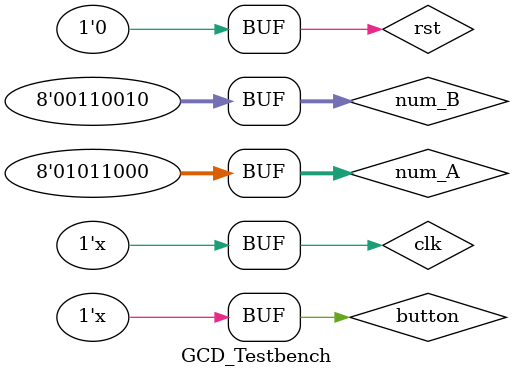
<source format=v>


module GCD_Testbench;

    //inputs
    reg rst;
    reg clk;
    reg [7:0] num_A;
    reg [7:0] num_B;
    reg button;
    
    //outputs
    wire [7:0]LED_out;
    
    GCD uut(
        .rst(rst),
        .clk(clk),
        .num_A(num_A),
        .num_B(num_B),
        .button(button),
        .LED_out(LED_out)     
    );
	 always #50 button <= !button;
    always #3 clk <= !clk;
    initial begin
    clk = 0;
    rst = 0;
    num_A = 8'b10010100;
    num_B = 8'b00111100;
    button = 0;
	 #220;
	 num_A = 22;
    num_B = 55;
	 #50;
	 #200;
	 num_A = 88;
    num_B = 50;
	 #200;
	 rst = 1;
	 #10;
	 rst = 0;
    end
endmodule


</source>
